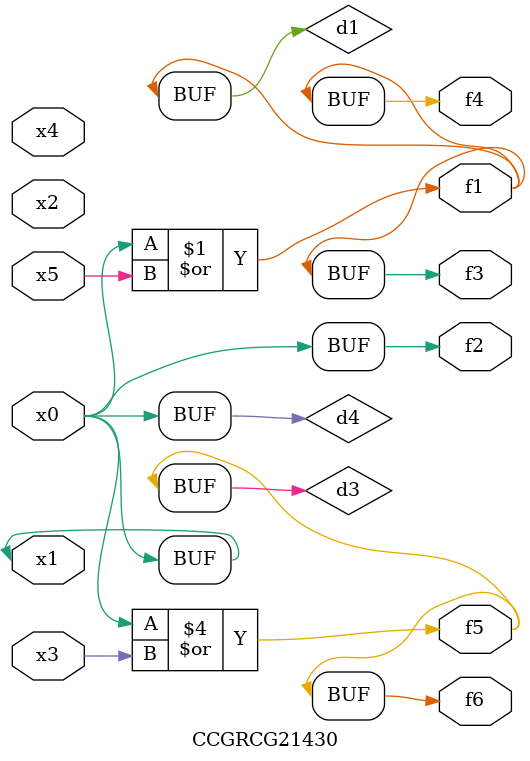
<source format=v>
module CCGRCG21430(
	input x0, x1, x2, x3, x4, x5,
	output f1, f2, f3, f4, f5, f6
);

	wire d1, d2, d3, d4;

	or (d1, x0, x5);
	xnor (d2, x1, x4);
	or (d3, x0, x3);
	buf (d4, x0, x1);
	assign f1 = d1;
	assign f2 = d4;
	assign f3 = d1;
	assign f4 = d1;
	assign f5 = d3;
	assign f6 = d3;
endmodule

</source>
